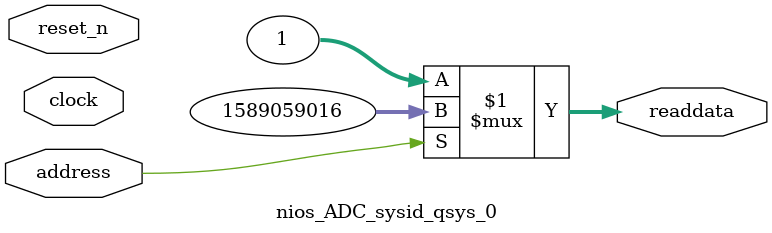
<source format=v>



// synthesis translate_off
`timescale 1ns / 1ps
// synthesis translate_on

// turn off superfluous verilog processor warnings 
// altera message_level Level1 
// altera message_off 10034 10035 10036 10037 10230 10240 10030 

module nios_ADC_sysid_qsys_0 (
               // inputs:
                address,
                clock,
                reset_n,

               // outputs:
                readdata
             )
;

  output  [ 31: 0] readdata;
  input            address;
  input            clock;
  input            reset_n;

  wire    [ 31: 0] readdata;
  //control_slave, which is an e_avalon_slave
  assign readdata = address ? 1589059016 : 1;

endmodule



</source>
